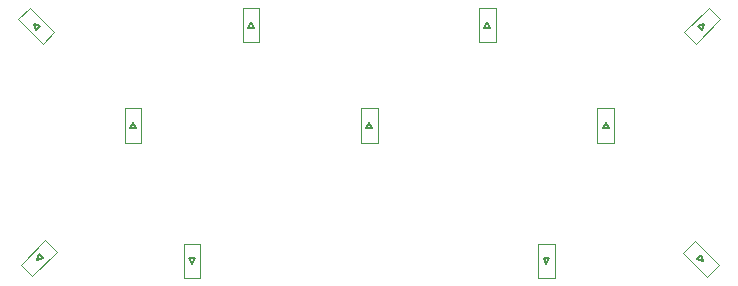
<source format=gto>
G04 #@! TF.GenerationSoftware,KiCad,Pcbnew,(5.0.2)-1*
G04 #@! TF.CreationDate,2019-05-26T20:59:48+09:00*
G04 #@! TF.ProjectId,Grass,47726173-732e-46b6-9963-61645f706362,rev?*
G04 #@! TF.SameCoordinates,Original*
G04 #@! TF.FileFunction,Legend,Top*
G04 #@! TF.FilePolarity,Positive*
%FSLAX46Y46*%
G04 Gerber Fmt 4.6, Leading zero omitted, Abs format (unit mm)*
G04 Created by KiCad (PCBNEW (5.0.2)-1) date 2019/05/26 20:59:48*
%MOMM*%
%LPD*%
G01*
G04 APERTURE LIST*
%ADD10C,0.150000*%
%ADD11C,0.120000*%
G04 APERTURE END LIST*
D10*
G04 #@! TO.C,D1*
X115000000Y-148500000D02*
X115250000Y-148000000D01*
X115000000Y-148500000D02*
X114750000Y-148000000D01*
X114750000Y-148000000D02*
X115250000Y-148000000D01*
D11*
X114300000Y-149700000D02*
X114300000Y-146800000D01*
X115700000Y-146800000D02*
X115700000Y-149700000D01*
X114300000Y-146800000D02*
X115700000Y-146800000D01*
X114300000Y-149700000D02*
X115700000Y-149700000D01*
G04 #@! TO.C,D2*
X100479720Y-148530330D02*
X101469670Y-149520280D01*
X102530330Y-146479720D02*
X103520280Y-147469670D01*
X103520280Y-147469670D02*
X101469670Y-149520280D01*
X100479720Y-148530330D02*
X102530330Y-146479720D01*
D10*
X102000000Y-147646447D02*
X102353553Y-148000000D01*
X101823223Y-148176777D02*
X102000000Y-147646447D01*
X101823223Y-148176777D02*
X102353553Y-148000000D01*
G04 #@! TO.C,D3*
X101623223Y-128123223D02*
X101800000Y-128653553D01*
X101623223Y-128123223D02*
X102153553Y-128300000D01*
X102153553Y-128300000D02*
X101800000Y-128653553D01*
D11*
X101269670Y-126779720D02*
X103320280Y-128830330D01*
X102330330Y-129820280D02*
X100279720Y-127769670D01*
X103320280Y-128830330D02*
X102330330Y-129820280D01*
X101269670Y-126779720D02*
X100279720Y-127769670D01*
G04 #@! TO.C,D4*
X110700000Y-135300000D02*
X109300000Y-135300000D01*
X110700000Y-138200000D02*
X109300000Y-138200000D01*
X109300000Y-138200000D02*
X109300000Y-135300000D01*
X110700000Y-135300000D02*
X110700000Y-138200000D01*
D10*
X110250000Y-137000000D02*
X109750000Y-137000000D01*
X110000000Y-136500000D02*
X110250000Y-137000000D01*
X110000000Y-136500000D02*
X109750000Y-137000000D01*
G04 #@! TO.C,D5*
X120000000Y-128000000D02*
X119750000Y-128500000D01*
X120000000Y-128000000D02*
X120250000Y-128500000D01*
X120250000Y-128500000D02*
X119750000Y-128500000D01*
D11*
X120700000Y-126800000D02*
X120700000Y-129700000D01*
X119300000Y-129700000D02*
X119300000Y-126800000D01*
X120700000Y-129700000D02*
X119300000Y-129700000D01*
X120700000Y-126800000D02*
X119300000Y-126800000D01*
D10*
G04 #@! TO.C,D7*
X140000000Y-128000000D02*
X139750000Y-128500000D01*
X140000000Y-128000000D02*
X140250000Y-128500000D01*
X140250000Y-128500000D02*
X139750000Y-128500000D01*
D11*
X140700000Y-126800000D02*
X140700000Y-129700000D01*
X139300000Y-129700000D02*
X139300000Y-126800000D01*
X140700000Y-129700000D02*
X139300000Y-129700000D01*
X140700000Y-126800000D02*
X139300000Y-126800000D01*
G04 #@! TO.C,D8*
X150700000Y-135300000D02*
X149300000Y-135300000D01*
X150700000Y-138200000D02*
X149300000Y-138200000D01*
X149300000Y-138200000D02*
X149300000Y-135300000D01*
X150700000Y-135300000D02*
X150700000Y-138200000D01*
D10*
X150250000Y-137000000D02*
X149750000Y-137000000D01*
X150000000Y-136500000D02*
X150250000Y-137000000D01*
X150000000Y-136500000D02*
X149750000Y-137000000D01*
D11*
G04 #@! TO.C,D9*
X159720280Y-127769670D02*
X158730330Y-126779720D01*
X157669670Y-129820280D02*
X156679720Y-128830330D01*
X156679720Y-128830330D02*
X158730330Y-126779720D01*
X159720280Y-127769670D02*
X157669670Y-129820280D01*
D10*
X158200000Y-128653553D02*
X157846447Y-128300000D01*
X158376777Y-128123223D02*
X158200000Y-128653553D01*
X158376777Y-128123223D02*
X157846447Y-128300000D01*
G04 #@! TO.C,D10*
X158242462Y-148242462D02*
X158065685Y-147712132D01*
X158242462Y-148242462D02*
X157712132Y-148065685D01*
X157712132Y-148065685D02*
X158065685Y-147712132D01*
D11*
X158596015Y-149585965D02*
X156545405Y-147535355D01*
X157535355Y-146545405D02*
X159585965Y-148596015D01*
X156545405Y-147535355D02*
X157535355Y-146545405D01*
X158596015Y-149585965D02*
X159585965Y-148596015D01*
G04 #@! TO.C,D11*
X144300000Y-149700000D02*
X145700000Y-149700000D01*
X144300000Y-146800000D02*
X145700000Y-146800000D01*
X145700000Y-146800000D02*
X145700000Y-149700000D01*
X144300000Y-149700000D02*
X144300000Y-146800000D01*
D10*
X144750000Y-148000000D02*
X145250000Y-148000000D01*
X145000000Y-148500000D02*
X144750000Y-148000000D01*
X145000000Y-148500000D02*
X145250000Y-148000000D01*
D11*
G04 #@! TO.C,D6*
X130700000Y-135300000D02*
X129300000Y-135300000D01*
X130700000Y-138200000D02*
X129300000Y-138200000D01*
X129300000Y-138200000D02*
X129300000Y-135300000D01*
X130700000Y-135300000D02*
X130700000Y-138200000D01*
D10*
X130250000Y-137000000D02*
X129750000Y-137000000D01*
X130000000Y-136500000D02*
X130250000Y-137000000D01*
X130000000Y-136500000D02*
X129750000Y-137000000D01*
G04 #@! TD*
M02*

</source>
